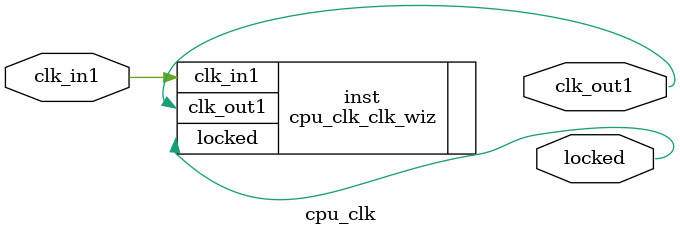
<source format=v>


`timescale 1ps/1ps

(* CORE_GENERATION_INFO = "cpu_clk,clk_wiz_v6_0_2_0_0,{component_name=cpu_clk,use_phase_alignment=true,use_min_o_jitter=false,use_max_i_jitter=false,use_dyn_phase_shift=false,use_inclk_switchover=false,use_dyn_reconfig=false,enable_axi=0,feedback_source=FDBK_AUTO,PRIMITIVE=PLL,num_out_clk=1,clkin1_period=10.000,clkin2_period=10.000,use_power_down=false,use_reset=false,use_locked=true,use_inclk_stopped=false,feedback_type=SINGLE,CLOCK_MGR_TYPE=NA,manual_override=false}" *)

module cpu_clk 
 (
  // Clock out ports
  output        clk_out1,
  // Status and control signals
  output        locked,
 // Clock in ports
  input         clk_in1
 );

  cpu_clk_clk_wiz inst
  (
  // Clock out ports  
  .clk_out1(clk_out1),
  // Status and control signals               
  .locked(locked),
 // Clock in ports
  .clk_in1(clk_in1)
  );

endmodule

</source>
